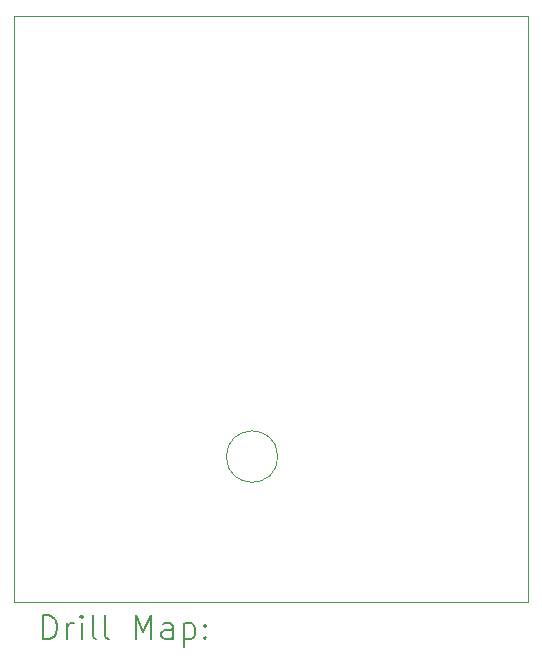
<source format=gbr>
%TF.GenerationSoftware,KiCad,Pcbnew,(6.0.10)*%
%TF.CreationDate,2023-07-27T10:12:43-04:00*%
%TF.ProjectId,reader-daughter,72656164-6572-42d6-9461-756768746572,rev?*%
%TF.SameCoordinates,Original*%
%TF.FileFunction,Drillmap*%
%TF.FilePolarity,Positive*%
%FSLAX45Y45*%
G04 Gerber Fmt 4.5, Leading zero omitted, Abs format (unit mm)*
G04 Created by KiCad (PCBNEW (6.0.10)) date 2023-07-27 10:12:43*
%MOMM*%
%LPD*%
G01*
G04 APERTURE LIST*
%ADD10C,0.100000*%
%ADD11C,0.200000*%
G04 APERTURE END LIST*
D10*
X12897500Y-10940000D02*
G75*
G03*
X12897500Y-10940000I-217500J0D01*
G01*
X10660000Y-7210000D02*
X15020000Y-7210000D01*
X15020000Y-7210000D02*
X15020000Y-12170000D01*
X15020000Y-12170000D02*
X10660000Y-12170000D01*
X10660000Y-12170000D02*
X10660000Y-7210000D01*
D11*
X10912619Y-12485476D02*
X10912619Y-12285476D01*
X10960238Y-12285476D01*
X10988810Y-12295000D01*
X11007857Y-12314048D01*
X11017381Y-12333095D01*
X11026905Y-12371190D01*
X11026905Y-12399762D01*
X11017381Y-12437857D01*
X11007857Y-12456905D01*
X10988810Y-12475952D01*
X10960238Y-12485476D01*
X10912619Y-12485476D01*
X11112619Y-12485476D02*
X11112619Y-12352143D01*
X11112619Y-12390238D02*
X11122143Y-12371190D01*
X11131667Y-12361667D01*
X11150714Y-12352143D01*
X11169762Y-12352143D01*
X11236428Y-12485476D02*
X11236428Y-12352143D01*
X11236428Y-12285476D02*
X11226905Y-12295000D01*
X11236428Y-12304524D01*
X11245952Y-12295000D01*
X11236428Y-12285476D01*
X11236428Y-12304524D01*
X11360238Y-12485476D02*
X11341190Y-12475952D01*
X11331667Y-12456905D01*
X11331667Y-12285476D01*
X11465000Y-12485476D02*
X11445952Y-12475952D01*
X11436428Y-12456905D01*
X11436428Y-12285476D01*
X11693571Y-12485476D02*
X11693571Y-12285476D01*
X11760238Y-12428333D01*
X11826905Y-12285476D01*
X11826905Y-12485476D01*
X12007857Y-12485476D02*
X12007857Y-12380714D01*
X11998333Y-12361667D01*
X11979286Y-12352143D01*
X11941190Y-12352143D01*
X11922143Y-12361667D01*
X12007857Y-12475952D02*
X11988809Y-12485476D01*
X11941190Y-12485476D01*
X11922143Y-12475952D01*
X11912619Y-12456905D01*
X11912619Y-12437857D01*
X11922143Y-12418809D01*
X11941190Y-12409286D01*
X11988809Y-12409286D01*
X12007857Y-12399762D01*
X12103095Y-12352143D02*
X12103095Y-12552143D01*
X12103095Y-12361667D02*
X12122143Y-12352143D01*
X12160238Y-12352143D01*
X12179286Y-12361667D01*
X12188809Y-12371190D01*
X12198333Y-12390238D01*
X12198333Y-12447381D01*
X12188809Y-12466428D01*
X12179286Y-12475952D01*
X12160238Y-12485476D01*
X12122143Y-12485476D01*
X12103095Y-12475952D01*
X12284048Y-12466428D02*
X12293571Y-12475952D01*
X12284048Y-12485476D01*
X12274524Y-12475952D01*
X12284048Y-12466428D01*
X12284048Y-12485476D01*
X12284048Y-12361667D02*
X12293571Y-12371190D01*
X12284048Y-12380714D01*
X12274524Y-12371190D01*
X12284048Y-12361667D01*
X12284048Y-12380714D01*
M02*

</source>
